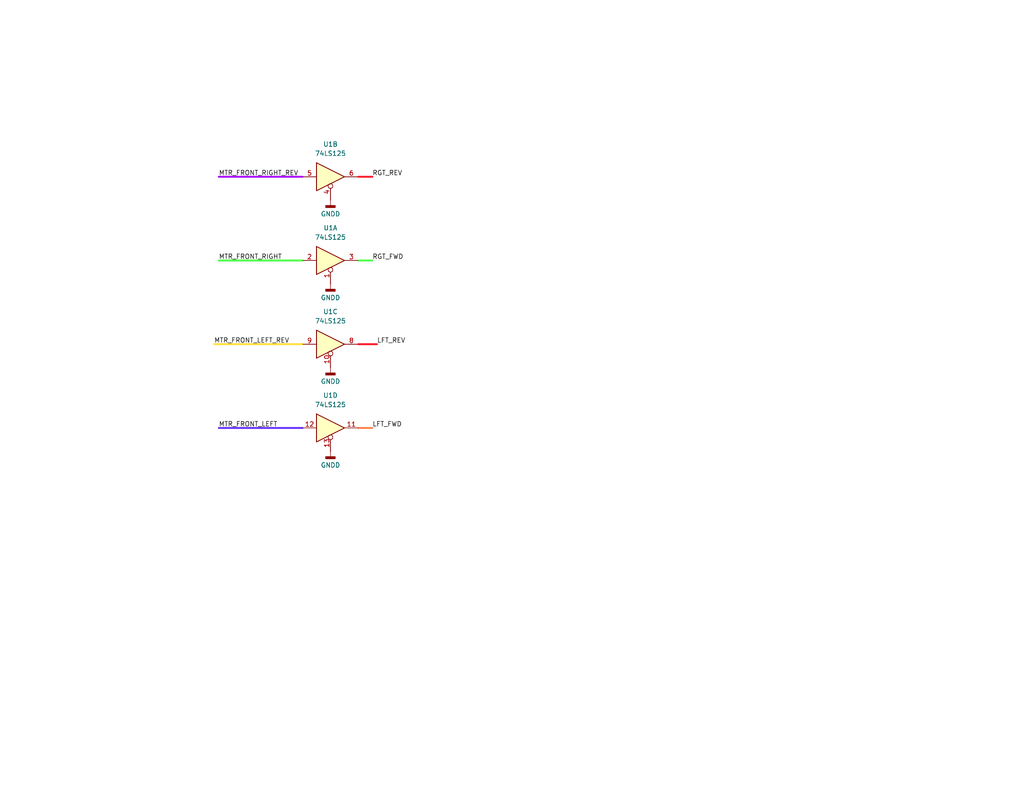
<source format=kicad_sch>
(kicad_sch (version 20250114) (generator "eeschema") (generator_version "9.0")
  (paper "USLetter")
  (title_block (title "RC Model Car (ESP32-C3 & ESP-NOW)") (date "2025-01-01") (rev "2.0.1") (company "Alexander B."))
  (lib_symbols
    (symbol "74xx:74LS125" (pin_names (offset 1.016))
      (property "Reference" "U" (at 0 1.27 0))
      (property "Value" "74LS125" (at 0 -1.27 0))
      (symbol "74LS125_1_0"
        (polyline (pts (xy -3.81 3.81) (xy -3.81 -3.81) (xy 3.81 0) (xy -3.81 3.81)) (stroke (width 0.254)) (fill (type background)))
        (pin input line (at -7.62 0 0) (length 3.81) (name "~") (number "2"))
        (pin input inverted (at 0 -6.35 90) (length 4.445) (name "~") (number "1"))
        (pin tri_state line (at 7.62 0 180) (length 3.81) (name "~") (number "3"))
      )
      (symbol "74LS125_2_0"
        (polyline (pts (xy -3.81 3.81) (xy -3.81 -3.81) (xy 3.81 0) (xy -3.81 3.81)) (stroke (width 0.254)) (fill (type background)))
        (pin input line (at -7.62 0 0) (length 3.81) (name "~") (number "5"))
        (pin input inverted (at 0 -6.35 90) (length 4.445) (name "~") (number "4"))
        (pin tri_state line (at 7.62 0 180) (length 3.81) (name "~") (number "6"))
      )
      (symbol "74LS125_3_0"
        (polyline (pts (xy -3.81 3.81) (xy -3.81 -3.81) (xy 3.81 0) (xy -3.81 3.81)) (stroke (width 0.254)) (fill (type background)))
        (pin input line (at -7.62 0 0) (length 3.81) (name "~") (number "9"))
        (pin input inverted (at 0 -6.35 90) (length 4.445) (name "~") (number "10"))
        (pin tri_state line (at 7.62 0 180) (length 3.81) (name "~") (number "8"))
      )
      (symbol "74LS125_4_0"
        (polyline (pts (xy -3.81 3.81) (xy -3.81 -3.81) (xy 3.81 0) (xy -3.81 3.81)) (stroke (width 0.254)) (fill (type background)))
        (pin input line (at -7.62 0 0) (length 3.81) (name "~") (number "12"))
        (pin input inverted (at 0 -6.35 90) (length 4.445) (name "~") (number "13"))
        (pin tri_state line (at 7.62 0 180) (length 3.81) (name "~") (number "11"))
      )
      (symbol "74LS125_5_0"
        (pin power_in line (at 0 12.7 270) (length 5.08) (name "VCC") (number "14"))
        (pin power_in line (at 0 -12.7 90) (length 5.08) (name "GND") (number "7"))
      )
      (symbol "74LS125_5_1"
        (rectangle (start -5.08 7.62) (end 5.08 -7.62) (stroke (width 0.254)) (fill (type background)))
      )
    )
    (symbol "power:GNDD" (power) (pin_numbers (hide yes)) (pin_names (offset 0) (hide yes))
      (property "Value" "GNDD" (at 0 -3.175 0))
      (symbol "GNDD_0_1"
        (rectangle (start -1.27 -1.524) (end 1.27 -2.032) (stroke (width 0.254)) (fill (type outline)))
        (polyline (pts (xy 0 0) (xy 0 -1.524)))
      )
      (symbol "GNDD_1_1"
        (pin power_in line (at 0 0 270) (length 0) (name "~") (number "1"))
      )
    )
  )
  (wire (pts (xy 97.79 93.98) (xy 102.87 93.98)) (stroke (width 0.508) (color 255 15 31 1)))
  (wire (pts (xy 59.69 116.84) (xy 82.55 116.84)) (stroke (width 0.508) (color 98 45 255 1)))
  (wire (pts (xy 58.42 93.98) (xy 82.55 93.98)) (stroke (width 0.508) (color 255 216 50 1)))
  (wire (pts (xy 97.79 116.84) (xy 101.6 116.84)) (stroke (width 0.508) (color 255 128 72 1)))
  (wire (pts (xy 59.69 48.26) (xy 82.55 48.26)) (stroke (width 0.508) (color 161 2 255 1)))
  (wire (pts (xy 97.79 71.12) (xy 101.6 71.12)) (stroke (width 0.508) (color 57 255 53 1)))
  (wire (pts (xy 97.79 48.26) (xy 101.6 48.26)) (stroke (width 0.508) (color 255 15 31 1)))
  (wire (pts (xy 59.69 71.12) (xy 82.55 71.12)) (stroke (width 0.508) (color 57 255 53 1)))
  (label "MTR_FRONT_LEFT" (at 59.69 116.84 0))
  (label "MTR_FRONT_LEFT_REV" (at 58.42 93.98 0))
  (label "RGT_REV" (at 101.6 48.26 0))
  (label "MTR_FRONT_RIGHT_REV" (at 59.69 48.26 0))
  (label "RGT_FWD" (at 101.6 71.12 0))
  (label "MTR_FRONT_RIGHT" (at 59.69 71.12 0))
  (label "LFT_REV" (at 102.87 93.98 0))
  (label "LFT_FWD" (at 101.6 116.84 0))
  (symbol (lib_id "power:GNDD") (at 90.17 77.47 0) (unit 1)
    (property "Reference" "#PWR03" (effects (hide yes)))
    (property "Value" "GNDD" (at 90.17 81.28 0))
    (property "Description" "Power symbol creates a global label with name \"GNDD\" , digital ground" (effects (hide yes)))
  )
  (symbol (lib_id "74xx:74LS125") (at 90.17 93.98 0) (unit 3)
    (property "Reference" "U1" (at 90.17 85.09 0))
    (property "Value" "74LS125" (at 90.17 87.63 0))
    (property "Datasheet" "http://www.ti.com/lit/gpn/sn74LS125" (effects (hide yes)))
    (property "Description" "Quad buffer 3-State outputs" (effects (hide yes)))
  )
  (symbol (lib_id "74xx:74LS125") (at 90.17 71.12 0) (unit 1)
    (property "Reference" "U1" (at 90.17 62.23 0))
    (property "Value" "74LS125" (at 90.17 64.77 0))
    (property "Datasheet" "http://www.ti.com/lit/gpn/sn74LS125" (effects (hide yes)))
    (property "Description" "Quad buffer 3-State outputs" (effects (hide yes)))
  )
  (symbol (lib_id "power:GNDD") (at 90.17 100.33 0) (unit 1)
    (property "Reference" "#PWR02" (effects (hide yes)))
    (property "Value" "GNDD" (at 90.17 104.14 0))
    (property "Description" "Power symbol creates a global label with name \"GNDD\" , digital ground" (effects (hide yes)))
  )
  (symbol (lib_id "74xx:74LS125") (at 90.17 48.26 0) (unit 2)
    (property "Reference" "U1" (at 90.17 39.37 0))
    (property "Value" "74LS125" (at 90.17 41.91 0))
    (property "Datasheet" "http://www.ti.com/lit/gpn/sn74LS125" (effects (hide yes)))
    (property "Description" "Quad buffer 3-State outputs" (effects (hide yes)))
  )
  (symbol (lib_id "74xx:74LS125") (at 90.17 116.84 0) (unit 4)
    (property "Reference" "U1" (at 90.17 107.95 0))
    (property "Value" "74LS125" (at 90.17 110.49 0))
    (property "Datasheet" "http://www.ti.com/lit/gpn/sn74LS125" (effects (hide yes)))
    (property "Description" "Quad buffer 3-State outputs" (effects (hide yes)))
  )
  (symbol (lib_id "power:GNDD") (at 90.17 54.61 0) (unit 1)
    (property "Reference" "#PWR012" (effects (hide yes)))
    (property "Value" "GNDD" (at 90.17 58.42 0))
    (property "Description" "Power symbol creates a global label with name \"GNDD\" , digital ground" (effects (hide yes)))
  )
  (symbol (lib_id "power:GNDD") (at 90.17 123.19 0) (unit 1)
    (property "Reference" "#PWR013" (effects (hide yes)))
    (property "Value" "GNDD" (at 90.17 127 0))
    (property "Description" "Power symbol creates a global label with name \"GNDD\" , digital ground" (effects (hide yes)))
  )
)
</source>
